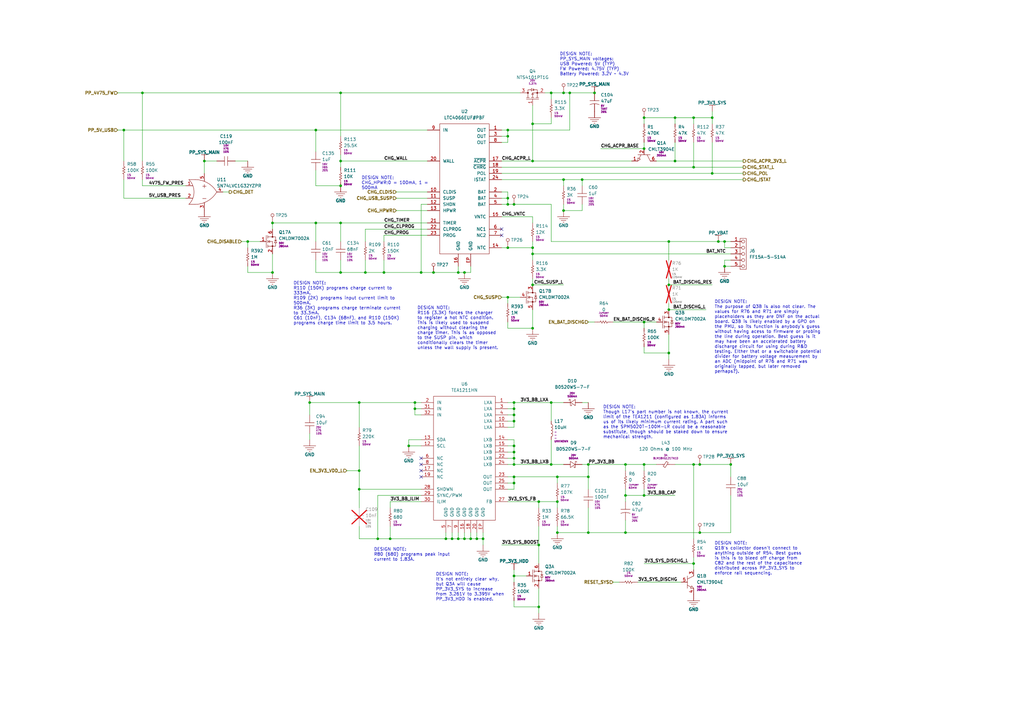
<source format=kicad_sch>
(kicad_sch (version 20231120) (generator "eeschema") (generator_version "8.0")
  (paper "A3")
  (title_block (title "iPod Video Main Board") (date "2025-04-19") (rev "A") (comment 1 "820-1975") (comment 2 "A"))
  (junction (at 256.54 190.5))
  (junction (at 226.06 38.1))
  (junction (at 210.82 195.58))
  (junction (at 210.82 182.88))
  (junction (at 139.7 91.44))
  (junction (at 292.1 71.12))
  (junction (at 218.44 66.04))
  (junction (at 294.64 99.06))
  (junction (at 241.3 190.5))
  (junction (at 177.8 111.76))
  (junction (at 160.02 220.98))
  (junction (at 195.58 220.98))
  (junction (at 154.94 220.98))
  (junction (at 264.16 60.96))
  (junction (at 274.32 127))
  (junction (at 243.84 38.1))
  (junction (at 284.48 190.5))
  (junction (at 111.76 111.76))
  (junction (at 264.16 132.08))
  (junction (at 231.14 38.1))
  (junction (at 58.42 38.1))
  (junction (at 210.82 185.42))
  (junction (at 284.48 48.26))
  (junction (at 210.82 172.72))
  (junction (at 218.44 50.8))
  (junction (at 241.3 218.44))
  (junction (at 167.64 182.88))
  (junction (at 287.02 218.44))
  (junction (at 127 165.1))
  (junction (at 210.82 167.64))
  (junction (at 210.82 236.22))
  (junction (at 226.06 190.5))
  (junction (at 218.44 104.14))
  (junction (at 139.7 76.2))
  (junction (at 228.6 218.44))
  (junction (at 220.98 223.52))
  (junction (at 139.7 111.76))
  (junction (at 193.04 220.98))
  (junction (at 228.6 205.74))
  (junction (at 228.6 195.58))
  (junction (at 210.82 198.12))
  (junction (at 226.06 165.1))
  (junction (at 274.32 116.84))
  (junction (at 264.16 48.26))
  (junction (at 157.48 111.76))
  (junction (at 210.82 170.18))
  (junction (at 297.18 109.22))
  (junction (at 147.32 200.66))
  (junction (at 190.5 111.76))
  (junction (at 210.82 165.1))
  (junction (at 241.3 195.58))
  (junction (at 284.48 231.14))
  (junction (at 208.28 53.34))
  (junction (at 149.86 111.76))
  (junction (at 218.44 116.84))
  (junction (at 50.8 53.34))
  (junction (at 210.82 190.5))
  (junction (at 111.76 91.44))
  (junction (at 284.48 68.58))
  (junction (at 208.28 121.92))
  (junction (at 264.16 190.5))
  (junction (at 274.32 144.78))
  (junction (at 297.18 99.06))
  (junction (at 198.12 220.98))
  (junction (at 276.86 66.04))
  (junction (at 287.02 190.5))
  (junction (at 170.18 167.64))
  (junction (at 231.14 73.66))
  (junction (at 182.88 220.98))
  (junction (at 218.44 134.62))
  (junction (at 83.82 66.04))
  (junction (at 139.7 38.1))
  (junction (at 256.54 203.2))
  (junction (at 129.54 91.44))
  (junction (at 172.72 111.76))
  (junction (at 129.54 53.34))
  (junction (at 299.72 190.5))
  (junction (at 256.54 218.44))
  (junction (at 210.82 83.82))
  (junction (at 187.96 111.76))
  (junction (at 220.98 248.92))
  (junction (at 238.76 73.66))
  (junction (at 210.82 187.96))
  (junction (at 264.16 203.2))
  (junction (at 208.28 81.28))
  (junction (at 276.86 48.26))
  (junction (at 208.28 101.6))
  (junction (at 147.32 193.04))
  (junction (at 190.5 220.98))
  (junction (at 274.32 99.06))
  (junction (at 170.18 165.1))
  (junction (at 208.28 55.88))
  (junction (at 208.28 83.82))
  (junction (at 233.68 38.1))
  (junction (at 218.44 101.6))
  (junction (at 231.14 86.36))
  (junction (at 101.6 99.06))
  (junction (at 185.42 220.98))
  (junction (at 187.96 220.98))
  (junction (at 292.1 48.26))
  (junction (at 139.7 66.04))
  (junction (at 220.98 205.74))
  (junction (at 147.32 165.1))
  (no_connect (at 172.72 195.58))
  (no_connect (at 172.72 190.5))
  (no_connect (at 205.74 93.98))
  (no_connect (at 172.72 187.96))
  (no_connect (at 205.74 96.52))
  (no_connect (at 172.72 193.04))
  (wire (pts (xy 264.16 231.14) (xy 284.48 231.14)))
  (wire (pts (xy 238.76 190.5) (xy 241.3 190.5)))
  (wire (pts (xy 205.74 71.12) (xy 292.1 71.12)))
  (wire (pts (xy 218.44 43.18) (xy 218.44 50.8)))
  (wire (pts (xy 208.28 134.62) (xy 218.44 134.62)))
  (wire (pts (xy 101.6 99.06) (xy 106.68 99.06)))
  (wire (pts (xy 162.56 81.28) (xy 175.26 81.28)))
  (wire (pts (xy 50.8 73.66) (xy 50.8 81.28)))
  (wire (pts (xy 256.54 190.5) (xy 256.54 193.04)))
  (wire (pts (xy 274.32 99.06) (xy 274.32 106.68)))
  (wire (pts (xy 193.04 220.98) (xy 190.5 220.98)))
  (wire (pts (xy 299.72 203.2) (xy 299.72 218.44)))
  (wire (pts (xy 297.18 101.6) (xy 297.18 99.06)))
  (wire (pts (xy 218.44 99.06) (xy 218.44 101.6)))
  (wire (pts (xy 129.54 69.85) (xy 129.54 76.2)))
  (wire (pts (xy 241.3 218.44) (xy 228.6 218.44)))
  (wire (pts (xy 205.74 121.92) (xy 208.28 121.92)))
  (wire (pts (xy 238.76 76.2) (xy 238.76 73.66)))
  (wire (pts (xy 210.82 165.1) (xy 210.82 167.64)))
  (wire (pts (xy 160.02 205.74) (xy 172.72 205.74)))
  (wire (pts (xy 276.86 66.04) (xy 304.8 66.04)))
  (wire (pts (xy 48.26 38.1) (xy 58.42 38.1)))
  (wire (pts (xy 208.28 205.74) (xy 220.98 205.74)))
  (wire (pts (xy 193.04 218.44) (xy 193.04 220.98)))
  (wire (pts (xy 205.74 88.9) (xy 218.44 88.9)))
  (wire (pts (xy 233.68 38.1) (xy 243.84 38.1)))
  (wire (pts (xy 149.86 99.06) (xy 149.86 93.98)))
  (wire (pts (xy 210.82 180.34) (xy 210.82 182.88)))
  (wire (pts (xy 139.7 91.44) (xy 129.54 91.44)))
  (wire (pts (xy 205.74 101.6) (xy 208.28 101.6)))
  (wire (pts (xy 190.5 220.98) (xy 187.96 220.98)))
  (wire (pts (xy 218.44 104.14) (xy 299.72 104.14)))
  (wire (pts (xy 208.28 195.58) (xy 210.82 195.58)))
  (wire (pts (xy 157.48 96.52) (xy 157.48 99.06)))
  (wire (pts (xy 297.18 99.06) (xy 294.64 99.06)))
  (wire (pts (xy 231.14 86.36) (xy 231.14 83.82)))
  (wire (pts (xy 187.96 109.22) (xy 187.96 111.76)))
  (wire (pts (xy 101.6 109.22) (xy 101.6 111.76)))
  (wire (pts (xy 162.56 78.74) (xy 175.26 78.74)))
  (wire (pts (xy 218.44 50.8) (xy 226.06 50.8)))
  (wire (pts (xy 160.02 208.28) (xy 160.02 205.74)))
  (wire (pts (xy 208.28 83.82) (xy 208.28 81.28)))
  (wire (pts (xy 208.28 187.96) (xy 210.82 187.96)))
  (wire (pts (xy 274.32 127) (xy 289.56 127)))
  (wire (pts (xy 297.18 106.68) (xy 297.18 109.22)))
  (wire (pts (xy 231.14 86.36) (xy 238.76 86.36)))
  (wire (pts (xy 185.42 220.98) (xy 187.96 220.98)))
  (wire (pts (xy 231.14 73.66) (xy 238.76 73.66)))
  (wire (pts (xy 172.72 111.76) (xy 177.8 111.76)))
  (wire (pts (xy 129.54 53.34) (xy 175.26 53.34)))
  (wire (pts (xy 208.28 121.92) (xy 213.36 121.92)))
  (wire (pts (xy 284.48 68.58) (xy 304.8 68.58)))
  (wire (pts (xy 210.82 83.82) (xy 208.28 83.82)))
  (wire (pts (xy 210.82 246.38) (xy 210.82 248.92)))
  (wire (pts (xy 129.54 91.44) (xy 129.54 99.06)))
  (wire (pts (xy 264.16 142.24) (xy 264.16 144.78)))
  (wire (pts (xy 276.86 48.26) (xy 284.48 48.26)))
  (wire (pts (xy 264.16 144.78) (xy 274.32 144.78)))
  (wire (pts (xy 284.48 231.14) (xy 284.48 233.68)))
  (wire (pts (xy 210.82 195.58) (xy 228.6 195.58)))
  (wire (pts (xy 226.06 38.1) (xy 226.06 40.64)))
  (wire (pts (xy 220.98 223.52) (xy 220.98 231.14)))
  (wire (pts (xy 231.14 76.2) (xy 231.14 73.66)))
  (wire (pts (xy 287.02 218.44) (xy 256.54 218.44)))
  (wire (pts (xy 195.58 220.98) (xy 198.12 220.98)))
  (wire (pts (xy 167.64 180.34) (xy 167.64 182.88)))
  (wire (pts (xy 264.16 190.5) (xy 269.24 190.5)))
  (wire (pts (xy 208.28 175.26) (xy 210.82 175.26)))
  (wire (pts (xy 284.48 58.42) (xy 284.48 68.58)))
  (wire (pts (xy 256.54 200.66) (xy 256.54 203.2)))
  (wire (pts (xy 208.28 58.42) (xy 208.28 55.88)))
  (wire (pts (xy 160.02 215.9) (xy 160.02 220.98)))
  (wire (pts (xy 210.82 190.5) (xy 226.06 190.5)))
  (wire (pts (xy 147.32 193.04) (xy 147.32 200.66)))
  (wire (pts (xy 208.28 182.88) (xy 210.82 182.88)))
  (wire (pts (xy 170.18 167.64) (xy 172.72 167.64)))
  (wire (pts (xy 172.72 83.82) (xy 172.72 111.76)))
  (wire (pts (xy 198.12 220.98) (xy 198.12 223.52)))
  (wire (pts (xy 50.8 53.34) (xy 129.54 53.34)))
  (wire (pts (xy 218.44 50.8) (xy 218.44 66.04)))
  (wire (pts (xy 190.5 111.76) (xy 193.04 111.76)))
  (wire (pts (xy 264.16 203.2) (xy 276.86 203.2)))
  (wire (pts (xy 193.04 109.22) (xy 193.04 111.76)))
  (wire (pts (xy 205.74 66.04) (xy 218.44 66.04)))
  (wire (pts (xy 205.74 58.42) (xy 208.28 58.42)))
  (wire (pts (xy 256.54 203.2) (xy 264.16 203.2)))
  (wire (pts (xy 147.32 200.66) (xy 147.32 208.28)))
  (wire (pts (xy 210.82 233.68) (xy 210.82 236.22)))
  (wire (pts (xy 157.48 111.76) (xy 172.72 111.76)))
  (wire (pts (xy 182.88 218.44) (xy 182.88 220.98)))
  (wire (pts (xy 167.64 182.88) (xy 172.72 182.88)))
  (wire (pts (xy 251.46 132.08) (xy 264.16 132.08)))
  (wire (pts (xy 147.32 220.98) (xy 154.94 220.98)))
  (wire (pts (xy 226.06 99.06) (xy 226.06 83.82)))
  (wire (pts (xy 147.32 200.66) (xy 172.72 200.66)))
  (wire (pts (xy 99.06 99.06) (xy 101.6 99.06)))
  (wire (pts (xy 269.24 132.08) (xy 264.16 132.08)))
  (wire (pts (xy 231.14 73.66) (xy 205.74 73.66)))
  (wire (pts (xy 208.28 165.1) (xy 210.82 165.1)))
  (wire (pts (xy 129.54 53.34) (xy 129.54 62.23)))
  (wire (pts (xy 208.28 170.18) (xy 210.82 170.18)))
  (wire (pts (xy 157.48 106.68) (xy 157.48 111.76)))
  (wire (pts (xy 228.6 218.44) (xy 228.6 215.9)))
  (wire (pts (xy 264.16 58.42) (xy 264.16 60.96)))
  (wire (pts (xy 172.72 203.2) (xy 154.94 203.2)))
  (wire (pts (xy 147.32 182.88) (xy 147.32 193.04)))
  (wire (pts (xy 284.48 48.26) (xy 292.1 48.26)))
  (wire (pts (xy 226.06 38.1) (xy 231.14 38.1)))
  (wire (pts (xy 210.82 170.18) (xy 210.82 167.64)))
  (wire (pts (xy 147.32 215.9) (xy 147.32 220.98)))
  (wire (pts (xy 58.42 76.2) (xy 76.2 76.2)))
  (wire (pts (xy 210.82 200.66) (xy 210.82 198.12)))
  (wire (pts (xy 50.8 53.34) (xy 50.8 66.04)))
  (wire (pts (xy 299.72 106.68) (xy 297.18 106.68)))
  (wire (pts (xy 276.86 50.8) (xy 276.86 48.26)))
  (wire (pts (xy 276.86 190.5) (xy 284.48 190.5)))
  (wire (pts (xy 284.48 190.5) (xy 287.02 190.5)))
  (wire (pts (xy 297.18 109.22) (xy 299.72 109.22)))
  (wire (pts (xy 210.82 185.42) (xy 210.82 182.88)))
  (wire (pts (xy 139.7 63.5) (xy 139.7 66.04)))
  (wire (pts (xy 246.38 60.96) (xy 264.16 60.96)))
  (wire (pts (xy 208.28 185.42) (xy 210.82 185.42)))
  (wire (pts (xy 274.32 116.84) (xy 292.1 116.84)))
  (wire (pts (xy 111.76 91.44) (xy 129.54 91.44)))
  (wire (pts (xy 284.48 50.8) (xy 284.48 48.26)))
  (wire (pts (xy 58.42 38.1) (xy 58.42 66.04)))
  (wire (pts (xy 226.06 165.1) (xy 226.06 172.72)))
  (wire (pts (xy 149.86 111.76) (xy 139.7 111.76)))
  (wire (pts (xy 182.88 220.98) (xy 185.42 220.98)))
  (wire (pts (xy 187.96 111.76) (xy 190.5 111.76)))
  (wire (pts (xy 205.74 81.28) (xy 208.28 81.28)))
  (wire (pts (xy 226.06 83.82) (xy 210.82 83.82)))
  (wire (pts (xy 269.24 66.04) (xy 276.86 66.04)))
  (wire (pts (xy 129.54 76.2) (xy 139.7 76.2)))
  (wire (pts (xy 101.6 66.04) (xy 96.52 66.04)))
  (wire (pts (xy 299.72 218.44) (xy 287.02 218.44)))
  (wire (pts (xy 218.44 66.04) (xy 259.08 66.04)))
  (wire (pts (xy 172.72 83.82) (xy 175.26 83.82)))
  (wire (pts (xy 127 165.1) (xy 127 170.18)))
  (wire (pts (xy 93.98 78.74) (xy 91.44 78.74)))
  (wire (pts (xy 218.44 114.3) (xy 218.44 116.84)))
  (wire (pts (xy 292.1 45.72) (xy 292.1 48.26)))
  (wire (pts (xy 147.32 165.1) (xy 170.18 165.1)))
  (wire (pts (xy 233.68 38.1) (xy 231.14 38.1)))
  (wire (pts (xy 149.86 93.98) (xy 175.26 93.98)))
  (wire (pts (xy 127 177.8) (xy 127 180.34)))
  (wire (pts (xy 154.94 220.98) (xy 160.02 220.98)))
  (wire (pts (xy 264.16 132.08) (xy 264.16 134.62)))
  (wire (pts (xy 210.82 236.22) (xy 215.9 236.22)))
  (wire (pts (xy 292.1 71.12) (xy 304.8 71.12)))
  (wire (pts (xy 208.28 53.34) (xy 208.28 55.88)))
  (wire (pts (xy 208.28 53.34) (xy 233.68 53.34)))
  (wire (pts (xy 226.06 190.5) (xy 231.14 190.5)))
  (wire (pts (xy 190.5 218.44) (xy 190.5 220.98)))
  (wire (pts (xy 292.1 48.26) (xy 292.1 50.8)))
  (wire (pts (xy 264.16 200.66) (xy 264.16 203.2)))
  (wire (pts (xy 228.6 198.12) (xy 228.6 195.58)))
  (wire (pts (xy 210.82 248.92) (xy 220.98 248.92)))
  (wire (pts (xy 294.64 99.06) (xy 274.32 99.06)))
  (wire (pts (xy 251.46 238.76) (xy 254 238.76)))
  (wire (pts (xy 101.6 111.76) (xy 111.76 111.76)))
  (wire (pts (xy 139.7 99.06) (xy 139.7 91.44)))
  (wire (pts (xy 83.82 66.04) (xy 83.82 71.12)))
  (wire (pts (xy 276.86 58.42) (xy 276.86 66.04)))
  (wire (pts (xy 210.82 236.22) (xy 210.82 238.76)))
  (wire (pts (xy 284.48 190.5) (xy 284.48 220.98)))
  (wire (pts (xy 241.3 132.08) (xy 243.84 132.08)))
  (wire (pts (xy 208.28 180.34) (xy 210.82 180.34)))
  (wire (pts (xy 208.28 190.5) (xy 210.82 190.5)))
  (wire (pts (xy 170.18 170.18) (xy 170.18 167.64)))
  (wire (pts (xy 264.16 48.26) (xy 276.86 48.26)))
  (wire (pts (xy 220.98 205.74) (xy 228.6 205.74)))
  (wire (pts (xy 208.28 132.08) (xy 208.28 134.62)))
  (wire (pts (xy 292.1 58.42) (xy 292.1 71.12)))
  (wire (pts (xy 170.18 165.1) (xy 170.18 167.64)))
  (wire (pts (xy 154.94 203.2) (xy 154.94 220.98)))
  (wire (pts (xy 226.06 165.1) (xy 231.14 165.1)))
  (wire (pts (xy 195.58 218.44) (xy 195.58 220.98)))
  (wire (pts (xy 233.68 38.1) (xy 233.68 53.34)))
  (wire (pts (xy 220.98 215.9) (xy 220.98 223.52)))
  (wire (pts (xy 220.98 248.92) (xy 220.98 241.3)))
  (wire (pts (xy 220.98 251.46) (xy 220.98 248.92)))
  (wire (pts (xy 142.24 193.04) (xy 147.32 193.04)))
  (wire (pts (xy 299.72 190.5) (xy 299.72 195.58)))
  (wire (pts (xy 274.32 114.3) (xy 274.32 116.84)))
  (wire (pts (xy 172.72 170.18) (xy 170.18 170.18)))
  (wire (pts (xy 139.7 106.68) (xy 139.7 111.76)))
  (wire (pts (xy 162.56 86.36) (xy 175.26 86.36)))
  (wire (pts (xy 205.74 78.74) (xy 208.28 78.74)))
  (wire (pts (xy 218.44 106.68) (xy 218.44 104.14)))
  (wire (pts (xy 226.06 180.34) (xy 226.06 190.5)))
  (wire (pts (xy 264.16 50.8) (xy 264.16 48.26)))
  (wire (pts (xy 208.28 101.6) (xy 218.44 101.6)))
  (wire (pts (xy 256.54 218.44) (xy 241.3 218.44)))
  (wire (pts (xy 218.44 101.6) (xy 218.44 104.14)))
  (wire (pts (xy 210.82 187.96) (xy 210.82 185.42)))
  (wire (pts (xy 157.48 96.52) (xy 175.26 96.52)))
  (wire (pts (xy 139.7 66.04) (xy 175.26 66.04)))
  (wire (pts (xy 274.32 147.32) (xy 274.32 144.78)))
  (wire (pts (xy 50.8 81.28) (xy 76.2 81.28)))
  (wire (pts (xy 210.82 190.5) (xy 210.82 187.96)))
  (wire (pts (xy 129.54 111.76) (xy 139.7 111.76)))
  (wire (pts (xy 287.02 190.5) (xy 299.72 190.5)))
  (wire (pts (xy 228.6 195.58) (xy 241.3 195.58)))
  (wire (pts (xy 208.28 167.64) (xy 210.82 167.64)))
  (wire (pts (xy 228.6 205.74) (xy 228.6 208.28)))
  (wire (pts (xy 149.86 106.68) (xy 149.86 111.76)))
  (wire (pts (xy 205.74 223.52) (xy 220.98 223.52)))
  (wire (pts (xy 297.18 99.06) (xy 299.72 99.06)))
  (wire (pts (xy 111.76 93.98) (xy 111.76 91.44)))
  (wire (pts (xy 160.02 220.98) (xy 182.88 220.98)))
  (wire (pts (xy 205.74 53.34) (xy 208.28 53.34)))
  (wire (pts (xy 264.16 190.5) (xy 264.16 193.04)))
  (wire (pts (xy 210.82 195.58) (xy 210.82 198.12)))
  (wire (pts (xy 208.28 198.12) (xy 210.82 198.12)))
  (wire (pts (xy 198.12 218.44) (xy 198.12 220.98)))
  (wire (pts (xy 88.9 66.04) (xy 83.82 66.04)))
  (wire (pts (xy 48.26 53.34) (xy 50.8 53.34)))
  (wire (pts (xy 58.42 38.1) (xy 139.7 38.1)))
  (wire (pts (xy 185.42 218.44) (xy 185.42 220.98)))
  (wire (pts (xy 177.8 111.76) (xy 187.96 111.76)))
  (wire (pts (xy 223.52 38.1) (xy 226.06 38.1)))
  (wire (pts (xy 241.3 208.28) (xy 241.3 218.44)))
  (wire (pts (xy 210.82 172.72) (xy 210.82 170.18)))
  (wire (pts (xy 193.04 220.98) (xy 195.58 220.98)))
  (wire (pts (xy 241.3 195.58) (xy 241.3 200.66)))
  (wire (pts (xy 226.06 50.8) (xy 226.06 48.26)))
  (wire (pts (xy 274.32 124.46) (xy 274.32 127)))
  (wire (pts (xy 208.28 121.92) (xy 208.28 124.46)))
  (wire (pts (xy 299.72 101.6) (xy 297.18 101.6)))
  (wire (pts (xy 274.32 144.78) (xy 274.32 137.16)))
  (wire (pts (xy 210.82 165.1) (xy 226.06 165.1)))
  (wire (pts (xy 238.76 83.82) (xy 238.76 86.36)))
  (wire (pts (xy 238.76 73.66) (xy 304.8 73.66)))
  (wire (pts (xy 172.72 180.34) (xy 167.64 180.34)))
  (wire (pts (xy 261.62 238.76) (xy 279.4 238.76)))
  (wire (pts (xy 208.28 172.72) (xy 210.82 172.72)))
  (wire (pts (xy 139.7 91.44) (xy 175.26 91.44)))
  (wire (pts (xy 157.48 111.76) (xy 149.86 111.76)))
  (wire (pts (xy 284.48 228.6) (xy 284.48 231.14)))
  (wire (pts (xy 101.6 101.6) (xy 101.6 99.06)))
  (wire (pts (xy 208.28 200.66) (xy 210.82 200.66)))
  (wire (pts (xy 218.44 116.84) (xy 231.14 116.84)))
  (wire (pts (xy 241.3 190.5) (xy 256.54 190.5)))
  (wire (pts (xy 139.7 66.04) (xy 139.7 68.58)))
  (wire (pts (xy 238.76 165.1) (xy 241.3 165.1)))
  (wire (pts (xy 139.7 38.1) (xy 139.7 55.88)))
  (wire (pts (xy 129.54 106.68) (xy 129.54 111.76)))
  (wire (pts (xy 218.44 134.62) (xy 218.44 127)))
  (wire (pts (xy 187.96 218.44) (xy 187.96 220.98)))
  (wire (pts (xy 256.54 213.36) (xy 256.54 218.44)))
  (wire (pts (xy 241.3 190.5) (xy 241.3 195.58)))
  (wire (pts (xy 147.32 165.1) (xy 147.32 175.26)))
  (wire (pts (xy 205.74 55.88) (xy 208.28 55.88)))
  (wire (pts (xy 205.74 68.58) (xy 284.48 68.58)))
  (wire (pts (xy 218.44 91.44) (xy 218.44 88.9)))
  (wire (pts (xy 139.7 38.1) (xy 213.36 38.1)))
  (wire (pts (xy 172.72 165.1) (xy 170.18 165.1)))
  (wire (pts (xy 58.42 73.66) (xy 58.42 76.2)))
  (wire (pts (xy 220.98 205.74) (xy 220.98 208.28)))
  (wire (pts (xy 127 165.1) (xy 147.32 165.1)))
  (wire (pts (xy 256.54 203.2) (xy 256.54 205.74)))
  (wire (pts (xy 111.76 111.76) (xy 111.76 104.14)))
  (wire (pts (xy 208.28 81.28) (xy 208.28 78.74)))
  (wire (pts (xy 256.54 190.5) (xy 264.16 190.5)))
  (wire (pts (xy 210.82 175.26) (xy 210.82 172.72)))
  (wire (pts (xy 226.06 99.06) (xy 274.32 99.06)))
  (wire (pts (xy 205.74 83.82) (xy 208.28 83.82)))
  (text_box "DESIGN NOTE:\nR110 (${6f7116db-934f-4571-9cb8-411f8b07028b:VALUE}) programs charge current to 333mA.\nR109 (${35cf32a8-cd35-4bd3-a215-247185fbe9b5:VALUE}) programs input current limit to 500mA.\nR36 (${f6098eaa-e9bf-45ef-af6e-ba967c35c4b5:VALUE}) programs charge terminate current to 33.3mA.\nC61 (${5052ba8b-7369-4002-b161-0f8d42bfda61:VALUE}), C134 (${70dd0a0b-209f-4fea-8049-8f3d6ce04852:VALUE}), and R110 (${6f7116db-934f-4571-9cb8-411f8b07028b:VALUE}) programs charge time limit to 3.5 hours." (at 119.38 114.3 0) (size 48.26 15.24) (stroke (width -0.0001)) (effects (font (size 1.27 1.27)) (justify left top)))
  (text_box "DESIGN NOTE:\nThe purpose of Q3B is also not clear. The values for R76 and R71 are simply placeholders as they are DNF on the actual board. Q3B is likely enabled by a GPO on the PMU, so its function is anybody's guess without having acess to firmware or probing the line during operation. Best guess is it may have been an accelerated battery discharge circuit for using during R&D testing. EIther that or a switchable potential divider for battery voltage measurement by an ADC (midpoint of R76 and R71 was originally tapped, but later removed perhaps?)." (at 292.1 121.92 0) (size 45.72 27.94) (stroke (width -0.0001)) (effects (font (size 1.27 1.27)) (justify left top)))
  (text_box "DESIGN NOTE:\nR116 (${3a281ace-e17d-441f-a95c-985144424278:VALUE}) forces the charger to register a hot NTC condition. This is likely used to suspend charging without clearing the charge timer. This is as opposed to the SUSP pin, which conditionally clears the timer unless the wall supply is present." (at 170.18 124.46 0) (size 35.56 15.24) (stroke (width -0.0001)) (effects (font (size 1.27 1.27)) (justify left top)))
  (text_box "DESIGN NOTE:\nCHG_HPWR:0 = 100mA, 1 = 500mA" (at 147.32 71.12 0) (size 33.02 5.08) (stroke (width -0.0001)) (effects (font (size 1.27 1.27)) (justify left top)))
  (text_box "DESIGN NOTE:\nQ1B's collector doesn't connect to anything outside of R54. Best guess is this is to bleed off charge from C82 and the rest of the capacitance distributed across PP_3V3_SYS to enforce rail sequencing." (at 292.1 220.98 0) (size 38.1 15.24) (stroke (width -0.0001)) (effects (font (size 1.27 1.27)) (justify left top)))
  (text_box "DESIGN NOTE:\nPP_SYS_MAIN voltages:\nUSB Powered: 5V (TYP)\nFW Powered: 4.75V (TYP)\nBattery Powered: 3.2V ~ 4.3V" (at 228.6 20.32 0) (size 30.48 12.7) (stroke (width -0.0001)) (effects (font (size 1.27 1.27)) (justify left top)))
  (text_box "DESIGN NOTE:\nThough L17's part number is not known, the current limit of the TEA1211 (configured as 1.83A) informs us of its likely minimum current rating. A part such as the SPM5020T-100M-LR could be a reasonable substitute, though should be staked down to ensure mechanical strength. " (at 246.38 165.1 0) (size 53.34 15.24) (stroke (width -0.0001)) (effects (font (size 1.27 1.27)) (justify left top)))
  (text_box "DESIGN NOTE:\nR80 (${a718fab9-4d0c-4e38-bcdc-22e483c61845:VALUE}) programs peak input current to 1.83A." (at 152.4 223.52 0) (size 40.64 5.08) (stroke (width -0.0001)) (effects (font (size 1.27 1.27)) (justify left top)))
  (text_box "DESIGN NOTE:\nIt's not entirely clear why, but Q3A will cause PP_3V3_SYS to increase from 3.261V to 3.395V when PP_3V3_HDD is enabled." (at 177.8 233.68 0) (size 30.48 12.7) (stroke (width -0.0001)) (effects (font (size 1.27 1.27)) (justify left top)))
  (label "BAT_DISCHG_L" (at 289.56 127 180) (effects (font (thickness 0.254) (bold yes))))
  (label "CHG_PROG" (at 157.48 96.52 0) (effects (font (thickness 0.254) (bold yes))))
  (label "3V3_SYS_FB" (at 208.28 205.74 0) (effects (font (thickness 0.254) (bold yes))))
  (label "PP_3V3_BB" (at 241.3 190.5 0) (effects (font (thickness 0.254) (bold yes))))
  (label "CHG_WALL" (at 157.48 66.04 0) (effects (font (thickness 0.254) (bold yes))))
  (label "3V3_SYS_BOOST" (at 205.74 223.52 0) (effects (font (thickness 0.254) (bold yes))))
  (label "BAT_DISCHG_RES" (at 292.1 116.84 180) (effects (font (thickness 0.254) (bold yes))))
  (label "CHG_CLPROG" (at 157.48 93.98 0) (effects (font (thickness 0.254) (bold yes))))
  (label "3V3_SYS_DISCHG_L" (at 264.16 231.14 0) (effects (font (thickness 0.254) (bold yes))))
  (label "CHG_VNTC" (at 205.74 88.9 0) (effects (font (thickness 0.254) (bold yes))))
  (label "3V3_BB_ILIM" (at 160.02 205.74 0) (effects (font (thickness 0.254) (bold yes))))
  (label "4V75_FW_PRES" (at 60.96 76.2 0) (effects (font (thickness 0.254) (bold yes))))
  (label "3V3_SYS_DISCHG" (at 261.62 238.76 0) (effects (font (thickness 0.254) (bold yes))))
  (label "CHG_ACPR_BASE" (at 246.38 60.96 0) (effects (font (thickness 0.254) (bold yes))))
  (label "5V_USB_PRES" (at 60.96 81.28 0) (effects (font (thickness 0.254) (bold yes))))
  (label "3V3_BB_CAP" (at 265.43 203.2 0) (effects (font (thickness 0.254) (bold yes))))
  (label "CHG_TIMER" (at 157.48 91.44 0) (effects (font (thickness 0.254) (bold yes))))
  (label "BAT_NTC" (at 289.56 104.14 0) (effects (font (thickness 0.254) (bold yes))))
  (label "3V3_BB_LXA" (at 213.36 165.1 0) (effects (font (thickness 0.254) (bold yes))))
  (label "3V3_BB_LXB" (at 213.36 190.5 0) (effects (font (thickness 0.254) (bold yes))))
  (label "CHG_ACPR_L" (at 205.74 66.04 0) (effects (font (thickness 0.254) (bold yes))))
  (label "CHG_SUSP_L" (at 231.14 116.84 180) (effects (font (thickness 0.254) (bold yes))))
  (label "EN_BAT_DISCHG_R" (at 251.46 132.08 0) (effects (font (thickness 0.254) (bold yes))))
  (hierarchical_label "CHG_ISTAT" (shape output) (at 304.8 73.66 0) (effects (font (thickness 0.254) (bold yes))))
  (hierarchical_label "CHG_STAT_L" (shape output) (at 304.8 68.58 0) (effects (font (thickness 0.254) (bold yes))))
  (hierarchical_label "EN_3V3_VDD_L" (shape input) (at 142.24 193.04 180) (effects (font (thickness 0.254) (bold yes))))
  (hierarchical_label "CHG_HPWR" (shape input) (at 162.56 86.36 180) (effects (font (thickness 0.254) (bold yes))))
  (hierarchical_label "RESET_SYS" (shape input) (at 251.46 238.76 180) (effects (font (bold yes))))
  (hierarchical_label "CHG_ACPR_3V3_L" (shape output) (at 304.8 66.04 0) (effects (font (thickness 0.254) (bold yes))))
  (hierarchical_label "CHG_SUSP" (shape input) (at 205.74 121.92 180) (effects (font (thickness 0.254) (bold yes))))
  (hierarchical_label "CHG_POL" (shape output) (at 304.8 71.12 0) (effects (font (thickness 0.254) (bold yes))))
  (hierarchical_label "CHG_CLDIS" (shape input) (at 162.56 78.74 180) (effects (font (thickness 0.254) (bold yes))))
  (hierarchical_label "EN_BAT_DISCHG" (shape input) (at 241.3 132.08 180) (effects (font (thickness 0.254) (bold yes))))
  (hierarchical_label "CHG_USB_SUSP" (shape input) (at 162.56 81.28 180) (effects (font (thickness 0.254) (bold yes))))
  (hierarchical_label "CHG_DET" (shape output) (at 93.98 78.74 0) (effects (font (bold yes))))
  (hierarchical_label "CHG_DISABLE" (shape input) (at 99.06 99.06 180) (effects (font (bold yes))))
  (hierarchical_label "PP_4V75_FW" (shape input) (at 48.26 38.1 180) (effects (font (bold yes))))
  (hierarchical_label "PP_5V_USB" (shape input) (at 48.26 53.34 180) (effects (font (bold yes))))
  (symbol (lib_id "820-1975_Symbols:GND") (at 127 180.34 0) (unit 1) (in_bom no) (on_board no)
    (property "Reference" "#PWR08" (effects (hide yes)))
    (property "Value" "GND" (at 127 186.436 0) (effects (font (bold yes))))
    (property "Description" "Ground Symbol" (effects (hide yes)))
  )
  (symbol (lib_id "820-1975:Resistors-0201/RES-0201-000029") (at 228.6 208.28 0) (unit 1)
    (property "Reference" "R78" (at 229.87 209.55 0) (effects (justify left)))
    (property "Value" "66.5K" (at 229.87 212.09 0) (effects (justify left)))
    (property "Footprint" "820-1975_Footprints:RES-0201" (effects (hide yes)))
    (property "Tolerance" "1%" (at 229.87 213.9949 0) (effects (font (size 0.762 0.762)) (justify left)))
    (property "Power" "50mW" (at 229.87 215.2649 0) (effects (font (size 0.762 0.762)) (justify left)))
    (property "Manufacturer" "Vishay Dale" (effects (hide yes)))
    (property "Manufacturer Part Number" "CRCW020166K5FNED" (effects (hide yes)))
  )
  (symbol (lib_id "820-1975:Resistors-0201/RES-0201-000000") (at 243.84 132.08 90) (unit 1)
    (property "Reference" "R64" (at 247.65 124.46 90))
    (property "Value" "0" (at 247.65 127 90))
    (property "Footprint" "820-1975_Footprints:RES-0201" (effects (hide yes)))
    (property "Tolerance" "Jumper" (at 247.65 128.27 90) (effects (font (size 0.762 0.762))))
    (property "Power" "50mW" (at 247.65 129.54 90) (effects (font (size 0.762 0.762))))
    (property "Manufacturer" "Vishay Dale" (effects (hide yes)))
    (property "Manufacturer Part Number" "CRCW02010000Z0ED" (effects (hide yes)))
  )
  (symbol (lib_id "820-1975:Resistors-0201/RES-0201-000030") (at 264.16 134.62 0) (unit 1)
    (property "Reference" "R65" (at 265.43 135.89 0) (effects (justify left)))
    (property "Value" "100K" (at 265.43 138.43 0) (effects (justify left)))
    (property "Footprint" "820-1975_Footprints:RES-0201" (effects (hide yes)))
    (property "Tolerance" "1%" (at 265.43 140.335 0) (effects (font (size 0.762 0.762)) (justify left)))
    (property "Power" "50mW" (at 265.43 141.605 0) (effects (font (size 0.762 0.762)) (justify left)))
    (property "Manufacturer" "Vishay Dale" (effects (hide yes)))
    (property "Manufacturer Part Number" "CRCW0201100KFNED" (effects (hide yes)))
  )
  (symbol (lib_id "820-1975:Resistors-0201/RES-0201-000033") (at 147.32 175.26 0) (unit 1)
    (property "Reference" "R79" (at 148.59 176.53 0) (effects (justify left)))
    (property "Value" "220K" (at 148.59 179.07 0) (effects (justify left)))
    (property "Footprint" "820-1975_Footprints:RES-0201" (effects (hide yes)))
    (property "Tolerance" "1%" (at 148.59 180.975 0) (effects (font (size 0.762 0.762)) (justify left)))
    (property "Power" "50mW" (at 148.59 182.245 0) (effects (font (size 0.762 0.762)) (justify left)))
    (property "Manufacturer" "Vishay Dale" (effects (hide yes)))
    (property "Manufacturer Part Number" "CRCW0201220KFNED" (effects (hide yes)))
  )
  (symbol (lib_id "820-1975_Symbols:GND") (at 190.5 111.76 0) (unit 1) (in_bom no) (on_board no)
    (property "Reference" "#PWR01" (effects (hide yes)))
    (property "Value" "GND" (at 190.5 117.856 0) (effects (font (bold yes))))
    (property "Description" "Ground Symbol" (effects (hide yes)))
  )
  (symbol (lib_id "820-1975:Resistors-0201/RES-0201-000027") (at 284.48 50.8 0) (unit 1)
    (property "Reference" "R112" (at 285.75 52.07 0) (effects (justify left)))
    (property "Value" "47K" (at 285.75 54.61 0) (effects (justify left)))
    (property "Footprint" "820-1975_Footprints:RES-0201" (effects (hide yes)))
    (property "Tolerance" "1%" (at 285.75 56.5149 0) (effects (font (size 0.762 0.762)) (justify left)))
    (property "Power" "50mW" (at 285.75 57.7849 0) (effects (font (size 0.762 0.762)) (justify left)))
    (property "Manufacturer" "Vishay Dale" (effects (hide yes)))
    (property "Manufacturer Part Number" "CRCW020147K0FNED" (effects (hide yes)))
  )
  (symbol (lib_id "820-1975:Capacitors-0201/CAP-0201-000005") (at 147.32 208.28 0) (unit 1) (dnp yes)
    (property "Reference" "C109" (at 149.86 208.915 0) (effects (justify left)))
    (property "Value" "10nF" (at 149.86 211.455 0) (effects (justify left)))
    (property "Footprint" "820-1975_Footprints:MLCC-0201" (effects (hide yes)))
    (property "Voltage" "10V" (at 149.86 213.36 0) (effects (font (size 0.762 0.762)) (justify left)))
    (property "Dielectric" "X7R" (at 149.86 214.63 0) (effects (font (size 0.762 0.762)) (justify left)))
    (property "Tolerance" "10%" (at 149.86 215.9 0) (effects (font (size 0.762 0.762)) (justify left)))
    (property "Manufacturer" "Murata" (effects (hide yes)))
    (property "Manufacturer Part Number" "GRM033R71A103KA01D" (effects (hide yes)))
  )
  (symbol (lib_id "820-1975:Capacitors-Other/CAP-OTHER-000003") (at 256.54 205.74 0) (unit 1)
    (property "Reference" "C82" (at 259.08 206.5655 0) (effects (justify left)))
    (property "Value" "47uF" (at 259.08 209.1055 0) (effects (justify left)))
    (property "Footprint" "820-1975_Footprints:KEMET-T490T" (effects (hide yes)))
    (property "Voltage" "6V" (at 259.08 211.0105 0) (effects (font (size 0.762 0.762)) (justify left)))
    (property "Type" "TANT" (at 259.08 212.2805 0) (effects (font (size 0.762 0.762)) (justify left)))
    (property "Tolerance" "20%" (at 259.08 213.5505 0) (effects (font (size 0.762 0.762)) (justify left)))
    (property "Manufacturer" "KEMET" (effects (hide yes)))
    (property "Manufacturer Part Number" "T490T476M006ATE800" (effects (hide yes)))
  )
  (symbol (lib_id "820-1975:Resistors-0402/RES-0402-000000") (at 264.16 193.04 0) (unit 1)
    (property "Reference" "R20" (at 265.43 194.31 0) (effects (justify left)))
    (property "Value" "0" (at 265.43 196.85 0) (effects (justify left)))
    (property "Footprint" "820-1975_Footprints:RES-0402" (effects (hide yes)))
    (property "Tolerance" "Jumper" (at 265.43 198.755 0) (effects (font (size 0.762 0.762)) (justify left)))
    (property "Power" "63mW" (at 265.43 200.025 0) (effects (font (size 0.762 0.762)) (justify left)))
    (property "Manufacturer" "Vishay Dale" (effects (hide yes)))
    (property "Manufacturer Part Number" "CRCW04020000Z0ED" (effects (hide yes)))
  )
  (symbol (lib_id "820-1975:Transistors/Q-000000") (at 220.98 231.14 0) (unit 1)
    (property "Reference" "Q3" (at 223.52 232.41 0) (effects (justify left)))
    (property "Value" "CMLDM7002A" (at 223.52 234.95 0) (effects (justify left)))
    (property "Footprint" "820-1975_Footprints:SOT563" (effects (hide yes)))
    (property "Datasheet" "https://my.centralsemi.com/datasheets/CMLDM7002A.PDF" (effects (hide yes)))
    (property "Voltage" "60V" (at 223.52 236.8549 0) (effects (font (size 0.762 0.762)) (justify left)))
    (property "Current" "280mA" (at 223.52 238.1249 0) (effects (font (size 0.762 0.762)) (justify left)))
    (property "Manufacturer" "Central Semiconductor Corp" (effects (hide yes)))
    (property "Manufacturer Part Number" "CMLDM7002A" (effects (hide yes)))
    (property "Type" "NCH-DUAL" (effects (hide yes)))
  )
  (symbol (lib_id "820-1975_Symbols:GND") (at 220.98 251.46 0) (unit 1) (in_bom no) (on_board no)
    (property "Reference" "#PWR027" (effects (hide yes)))
    (property "Value" "GND" (at 220.98 257.556 0) (effects (font (bold yes))))
    (property "Description" "Ground Symbol" (effects (hide yes)))
  )
  (symbol (lib_id "820-1975:PCB Components/TP-000000") (at 210.82 83.82 0) (unit 1)
    (property "Reference" "TP24" (at 212.09 80.645 0) (effects (justify left)))
    (property "Value" "TP" (effects (hide yes)))
    (property "Footprint" "820-1975_Footprints:TP-SMT" (effects (hide yes)))
    (property "Description" "TESTPOINT SMT" (effects (hide yes)))
  )
  (symbol (lib_id "820-1975_Symbols:VCC") (at 243.84 38.1 0) (unit 1) (in_bom no) (on_board no)
    (property "Reference" "#PWR0150" (effects (hide yes)))
    (property "Value" "PP_SYS_MAIN" (at 243.84 34.544 0) (effects (font (bold yes))))
    (property "Description" "Power Port Symbol" (effects (hide yes)))
  )
  (symbol (lib_id "820-1975:Transistors/Q-000005") (at 284.48 233.68 0) (unit 2)
    (property "Reference" "Q1" (at 285.75 236.22 0) (effects (justify left)))
    (property "Value" "CMLT3904E" (at 285.75 238.76 0) (effects (justify left)))
    (property "Footprint" "820-1975_Footprints:SOT563" (effects (hide yes)))
    (property "Datasheet" "https://my.centralsemi.com/datasheets/CMLT3904E_06E_46E.PDF" (effects (hide yes)))
    (property "Voltage" "40V" (at 285.75 240.665 0) (effects (font (size 0.762 0.762)) (justify left)))
    (property "Current" "200mA" (at 285.75 241.935 0) (effects (font (size 0.762 0.762)) (justify left)))
    (property "Manufacturer" "Central Semiconductor Corp" (effects (hide yes)))
    (property "Manufacturer Part Number" "CMLT3904E" (effects (hide yes)))
    (property "Type" "NPN-DUAL" (effects (hide yes)))
  )
  (symbol (lib_id "820-1975:Transistors/Q-000002") (at 223.52 38.1 270) (mirror x) (unit 1)
    (property "Reference" "Q4" (at 218.44 29.21 90))
    (property "Value" "NTS4101PT1G" (at 218.44 31.75 90))
    (property "Footprint" "820-1975_Footprints:SOT-323" (effects (hide yes)))
    (property "Datasheet" "https://www.onsemi.com/pdf/datasheet/nts4101p-d.pdf" (effects (hide yes)))
    (property "Voltage" "20V" (at 218.44 33.02 90) (effects (font (size 0.762 0.762))))
    (property "Current" "1.37A" (at 218.44 34.29 90) (effects (font (size 0.762 0.762))))
    (property "Manufacturer" "ON Semiconductor" (effects (hide yes)))
    (property "Manufacturer Part Number" "NTS4101PT1G" (effects (hide yes)))
    (property "Type" "PCH" (effects (hide yes)))
  )
  (symbol (lib_id "820-1975_Symbols:GND") (at 228.6 218.44 0) (unit 1) (in_bom no) (on_board no)
    (property "Reference" "#PWR030" (effects (hide yes)))
    (property "Value" "GND" (at 228.6 224.536 0) (effects (font (bold yes))))
    (property "Description" "Ground Symbol" (effects (hide yes)))
  )
  (symbol (lib_id "820-1975:Resistors-0201/RES-0201-000013") (at 149.86 99.06 0) (unit 1)
    (property "Reference" "R109" (at 151.13 100.33 0) (effects (justify left)))
    (property "Value" "2K" (at 151.13 102.87 0) (effects (justify left)))
    (property "Footprint" "820-1975_Footprints:RES-0201" (effects (hide yes)))
    (property "Tolerance" "1%" (at 151.13 104.7749 0) (effects (font (size 0.762 0.762)) (justify left)))
    (property "Power" "50mW" (at 151.13 106.0449 0) (effects (font (size 0.762 0.762)) (justify left)))
    (property "Manufacturer" "Vishay Dale" (effects (hide yes)))
    (property "Manufacturer Part Number" "CRCW02012K00FNED" (effects (hide yes)))
  )
  (symbol (lib_id "820-1975:Resistors-0201/RES-0201-000017") (at 218.44 106.68 0) (unit 1)
    (property "Reference" "R116" (at 219.71 107.95 0) (effects (justify left)))
    (property "Value" "3.3K" (at 219.71 110.49 0) (effects (justify left)))
    (property "Footprint" "820-1975_Footprints:RES-0201" (effects (hide yes)))
    (property "Tolerance" "1%" (at 219.71 112.3949 0) (effects (font (size 0.762 0.762)) (justify left)))
    (property "Power" "50mW" (at 219.71 113.6649 0) (effects (font (size 0.762 0.762)) (justify left)))
    (property "Manufacturer" "Vishay Dale" (effects (hide yes)))
    (property "Manufacturer Part Number" "CRCW02013K30FNED" (effects (hide yes)))
  )
  (symbol (lib_id "820-1975:Inductors/IND-000001") (at 226.06 172.72 0) (unit 1)
    (property "Reference" "L17" (at 227.33 172.72 0) (effects (justify left)))
    (property "Value" "10uH" (at 227.33 175.26 0) (effects (justify left)))
    (property "Footprint" "820-1975_Footprints:SUMIDA-UNKNOWN" (effects (hide yes)))
    (property "Datasheet" "-" (effects (hide yes)))
    (property "Description" "IND 10UH UNKNOWN" (effects (hide yes)))
    (property "Current" "-" (at 227.33 177.165 0) (effects (font (size 0.762 0.762)) (justify left)))
    (property "DCR" "-" (at 227.33 178.435 0) (effects (font (size 0.762 0.762)) (justify left)))
    (property "Tolerance" "-" (at 227.33 179.705 0) (effects (font (size 0.762 0.762)) (justify left)))
    (property "Manufacturer" "Sumida" (effects (hide yes)))
    (property "Manufacturer Part Number" "UNKNOWN" (at 227.33 180.975 0) (effects (font (size 0.762 0.762)) (justify left)))
  )
  (symbol (lib_id "820-1975:Resistors-0201/RES-0201-000022") (at 139.7 68.58 0) (unit 1)
    (property "Reference" "R111" (at 140.97 69.85 0) (effects (justify left)))
    (property "Value" "10K" (at 140.97 72.39 0) (effects (justify left)))
    (property "Footprint" "820-1975_Footprints:RES-0201" (effects (hide yes)))
    (property "Tolerance" "1%" (at 140.97 74.2949 0) (effects (font (size 0.762 0.762)) (justify left)))
    (property "Power" "50mW" (at 140.97 75.5649 0) (effects (font (size 0.762 0.762)) (justify left)))
    (property "Manufacturer" "Vishay Dale" (effects (hide yes)))
    (property "Manufacturer Part Number" "CRCW020110K0FNED" (effects (hide yes)))
  )
  (symbol (lib_id "820-1975:PCB Components/TP-000000") (at 231.14 38.1 0) (unit 1)
    (property "Reference" "TP22" (at 232.41 34.925 0) (effects (justify left)))
    (property "Value" "TP" (effects (hide yes)))
    (property "Footprint" "820-1975_Footprints:TP-SMT" (effects (hide yes)))
    (property "Description" "TESTPOINT SMT" (effects (hide yes)))
  )
  (symbol (lib_id "820-1975_Symbols:GND") (at 241.3 165.1 0) (unit 1) (in_bom no) (on_board no)
    (property "Reference" "#PWR051" (effects (hide yes)))
    (property "Value" "GND" (at 241.3 171.196 0) (effects (font (bold yes))))
    (property "Description" "Ground Symbol" (effects (hide yes)))
  )
  (symbol (lib_id "820-1975:Resistors-0201/RES-0201-000030") (at 254 238.76 90) (unit 1)
    (property "Reference" "R82" (at 257.81 231.14 90))
    (property "Value" "100K" (at 257.81 233.68 90))
    (property "Footprint" "820-1975_Footprints:RES-0201" (effects (hide yes)))
    (property "Tolerance" "1%" (at 257.81 234.95 90) (effects (font (size 0.762 0.762))))
    (property "Power" "50mW" (at 257.81 236.22 90) (effects (font (size 0.762 0.762))))
    (property "Manufacturer" "Vishay Dale" (effects (hide yes)))
    (property "Manufacturer Part Number" "CRCW0201100KFNED" (effects (hide yes)))
  )
  (symbol (lib_id "820-1975:Transistors/Q-000000") (at 218.44 116.84 0) (unit 2)
    (property "Reference" "Q17" (at 220.98 119.38 0) (effects (justify left)))
    (property "Value" "CMLDM7002A" (at 220.98 121.92 0) (effects (justify left)))
    (property "Footprint" "820-1975_Footprints:SOT563" (effects (hide yes)))
    (property "Datasheet" "https://my.centralsemi.com/datasheets/CMLDM7002A.PDF" (effects (hide yes)))
    (property "Voltage" "60V" (at 220.98 123.8249 0) (effects (font (size 0.762 0.762)) (justify left)))
    (property "Current" "280mA" (at 220.98 125.0949 0) (effects (font (size 0.762 0.762)) (justify left)))
    (property "Manufacturer" "Central Semiconductor Corp" (effects (hide yes)))
    (property "Manufacturer Part Number" "CMLDM7002A" (effects (hide yes)))
    (property "Type" "NCH-DUAL" (effects (hide yes)))
  )
  (symbol (lib_id "820-1975_Symbols:GND") (at 139.7 76.2 0) (unit 1) (in_bom no) (on_board no)
    (property "Reference" "#PWR03" (effects (hide yes)))
    (property "Value" "GND" (at 139.7 82.296 0) (effects (font (bold yes))))
    (property "Description" "Ground Symbol" (effects (hide yes)))
  )
  (symbol (lib_id "820-1975_Symbols:VCC") (at 299.72 190.5 0) (unit 1) (in_bom no) (on_board no)
    (property "Reference" "#PWR0149" (effects (hide yes)))
    (property "Value" "PP_3V3_SYS" (at 299.72 186.944 0) (effects (font (bold yes))))
    (property "Description" "Power Port Symbol" (effects (hide yes)))
  )
  (symbol (lib_id "820-1975:Ferrite Beads/FB-000003") (at 269.24 190.5 0) (unit 1)
    (property "Reference" "L43" (at 273.0373 181.61 0))
    (property "Value" "120 Ohms @ 100 MHz" (at 273.0373 184.15 0))
    (property "Footprint" "820-1975_Footprints:FB-0603" (effects (hide yes)))
    (property "Datasheet" "https://www.murata.com/products/productdata/8796738650142/ENFA0003.pdf" (effects (hide yes)))
    (property "Description" "FB 120 OHM 3A BLM18KG121TN1D" (effects (hide yes)))
    (property "Current" "3A" (at 273.0373 186.69 0) (effects (font (size 0.762 0.762))))
    (property "DCR" "30mOhm" (effects (hide yes)))
    (property "Impedance" "120 Ohms @ 100 MHz\n" (effects (hide yes)))
    (property "Manufacturer" "Murata Electronics" (effects (hide yes)))
    (property "Manufacturer Part Number" "BLM18KG121TN1D" (at 273.0373 187.96 0) (effects (font (size 0.762 0.762))))
  )
  (symbol (lib_id "820-1975_Symbols:GND") (at 111.76 111.76 0) (unit 1) (in_bom no) (on_board no)
    (property "Reference" "#PWR05" (effects (hide yes)))
    (property "Value" "GND" (at 111.76 117.856 0) (effects (font (bold yes))))
    (property "Description" "Ground Symbol" (effects (hide yes)))
  )
  (symbol (lib_id "820-1975:PCB Components/TP-000000") (at 287.02 218.44 0) (unit 1)
    (property "Reference" "TP29" (at 288.29 215.265 0) (effects (justify left)))
    (property "Value" "TP" (effects (hide yes)))
    (property "Footprint" "820-1975_Footprints:TP-SMT" (effects (hide yes)))
    (property "Description" "TESTPOINT SMT" (effects (hide yes)))
  )
  (symbol (lib_id "820-1975:Capacitors-0201/CAP-0201-000005") (at 129.54 99.06 0) (unit 1)
    (property "Reference" "C61" (at 132.08 99.695 0) (effects (justify left)))
    (property "Value" "10nF" (at 132.08 102.235 0) (effects (justify left)))
    (property "Footprint" "820-1975_Footprints:MLCC-0201" (effects (hide yes)))
    (property "Voltage" "10V" (at 132.08 104.1399 0) (effects (font (size 0.762 0.762)) (justify left)))
    (property "Dielectric" "X7R" (at 132.08 105.4099 0) (effects (font (size 0.762 0.762)) (justify left)))
    (property "Tolerance" "10%" (at 132.08 106.6799 0) (effects (font (size 0.762 0.762)) (justify left)))
    (property "Manufacturer" "Murata" (effects (hide yes)))
    (property "Manufacturer Part Number" "GRM033R71A103KA01D" (effects (hide yes)))
  )
  (symbol (lib_id "820-1975:Resistors-0201/RES-0201-000037") (at 208.28 124.46 0) (unit 1)
    (property "Reference" "R393" (at 209.55 125.73 0) (effects (justify left)))
    (property "Value" "1M" (at 209.55 128.27 0) (effects (justify left)))
    (property "Footprint" "820-1975_Footprints:RES-0201" (effects (hide yes)))
    (property "Tolerance" "1%" (at 209.55 130.175 0) (effects (font (size 0.762 0.762)) (justify left)))
    (property "Power" "50mW" (at 209.55 131.445 0) (effects (font (size 0.762 0.762)) (justify left)))
    (property "Manufacturer" "Vishay Dale" (effects (hide yes)))
    (property "Manufacturer Part Number" "CRCW02011M00FNED" (effects (hide yes)))
  )
  (symbol (lib_id "820-1975:Resistors-0402/RES-0402-000000") (at 256.54 193.04 0) (unit 1)
    (property "Reference" "R6" (at 257.81 194.31 0) (effects (justify left)))
    (property "Value" "0" (at 257.81 196.85 0) (effects (justify left)))
    (property "Footprint" "820-1975_Footprints:RES-0402" (effects (hide yes)))
    (property "Tolerance" "Jumper" (at 257.81 198.755 0) (effects (font (size 0.762 0.762)) (justify left)))
    (property "Power" "63mW" (at 257.81 200.025 0) (effects (font (size 0.762 0.762)) (justify left)))
    (property "Manufacturer" "Vishay Dale" (effects (hide yes)))
    (property "Manufacturer Part Number" "CRCW04020000Z0ED" (effects (hide yes)))
  )
  (symbol (lib_id "820-1975:Resistors-0201/RES-0201-000036") (at 264.16 50.8 0) (unit 1)
    (property "Reference" "R1" (at 265.43 52.07 0) (effects (justify left)))
    (property "Value" "470K" (at 265.43 54.61 0) (effects (justify left)))
    (property "Footprint" "820-1975_Footprints:RES-0201" (effects (hide yes)))
    (property "Tolerance" "1%" (at 265.43 56.515 0) (effects (font (size 0.762 0.762)) (justify left)))
    (property "Power" "50mW" (at 265.43 57.785 0) (effects (font (size 0.762 0.762)) (justify left)))
    (property "Manufacturer" "Vishay Dale" (effects (hide yes)))
    (property "Manufacturer Part Number" "CRCW0201470KFNED" (effects (hide yes)))
  )
  (symbol (lib_id "820-1975:PCB Components/TP-000000") (at 177.8 111.76 0) (unit 1)
    (property "Reference" "TP27" (at 179.07 108.585 0) (effects (justify left)))
    (property "Value" "TP" (effects (hide yes)))
    (property "Footprint" "820-1975_Footprints:TP-SMT" (effects (hide yes)))
    (property "Description" "TESTPOINT SMT" (effects (hide yes)))
  )
  (symbol (lib_id "820-1975:Capacitors-0402/CAP-0402-000005") (at 238.76 76.2 0) (unit 1)
    (property "Reference" "C60" (at 241.3 76.835 0) (effects (justify left)))
    (property "Value" "1uF" (at 241.3 79.375 0) (effects (justify left)))
    (property "Footprint" "820-1975_Footprints:MLCC-0402" (effects (hide yes)))
    (property "Voltage" "16V" (at 241.3 81.28 0) (effects (font (size 0.762 0.762)) (justify left)))
    (property "Dielectric" "X6S" (at 241.3 82.55 0) (effects (font (size 0.762 0.762)) (justify left)))
    (property "Tolerance" "20%" (at 241.3 83.82 0) (effects (font (size 0.762 0.762)) (justify left)))
    (property "Manufacturer" "Murata" (effects (hide yes)))
    (property "Manufacturer Part Number" "GRM155C81C105ME11J" (effects (hide yes)))
  )
  (symbol (lib_id "820-1975_Symbols:GND") (at 243.84 45.72 0) (unit 1) (in_bom no) (on_board no)
    (property "Reference" "#PWR025" (effects (hide yes)))
    (property "Value" "GND" (at 243.84 51.816 0) (effects (font (bold yes))))
    (property "Description" "Ground Symbol" (effects (hide yes)))
  )
  (symbol (lib_id "820-1975:Resistors-0201/RES-0201-000037") (at 220.98 208.28 0) (unit 1)
    (property "Reference" "R33" (at 222.25 209.55 0) (effects (justify left)))
    (property "Value" "1M" (at 222.25 212.09 0) (effects (justify left)))
    (property "Footprint" "820-1975_Footprints:RES-0201" (effects (hide yes)))
    (property "Tolerance" "1%" (at 222.25 213.995 0) (effects (font (size 0.762 0.762)) (justify left)))
    (property "Power" "50mW" (at 222.25 215.265 0) (effects (font (size 0.762 0.762)) (justify left)))
    (property "Manufacturer" "Vishay Dale" (effects (hide yes)))
    (property "Manufacturer Part Number" "CRCW02011M00FNED" (effects (hide yes)))
  )
  (symbol (lib_id "820-1975:Resistors-0402/RES-0402-000002") (at 274.32 116.84 0) (unit 1) (dnp yes)
    (property "Reference" "R71" (at 275.59 118.11 0) (effects (justify left)))
    (property "Value" "1K" (at 275.59 120.65 0) (effects (justify left)))
    (property "Footprint" "820-1975_Footprints:RES-0402" (effects (hide yes)))
    (property "Tolerance" "1%" (at 275.59 122.555 0) (effects (font (size 0.762 0.762)) (justify left)))
    (property "Power" "125mW" (at 275.59 123.825 0) (effects (font (size 0.762 0.762)) (justify left)))
    (property "Manufacturer" "Vishay Dale" (effects (hide yes)))
    (property "Manufacturer Part Number" "CRCW04021K00FKED" (effects (hide yes)))
  )
  (symbol (lib_id "820-1975:Resistors-0201/RES-0201-000027") (at 292.1 50.8 0) (unit 1)
    (property "Reference" "R37" (at 293.37 52.07 0) (effects (justify left)))
    (property "Value" "47K" (at 293.37 54.61 0) (effects (justify left)))
    (property "Footprint" "820-1975_Footprints:RES-0201" (effects (hide yes)))
    (property "Tolerance" "1%" (at 293.37 56.515 0) (effects (font (size 0.762 0.762)) (justify left)))
    (property "Power" "50mW" (at 293.37 57.785 0) (effects (font (size 0.762 0.762)) (justify left)))
    (property "Manufacturer" "Vishay Dale" (effects (hide yes)))
    (property "Manufacturer Part Number" "CRCW020147K0FNED" (effects (hide yes)))
  )
  (symbol (lib_id "820-1975_Symbols:GND") (at 284.48 243.84 0) (unit 1) (in_bom no) (on_board no)
    (property "Reference" "#PWR088" (effects (hide yes)))
    (property "Value" "GND" (at 284.48 249.936 0) (effects (font (bold yes))))
    (property "Description" "Ground Symbol" (effects (hide yes)))
  )
  (symbol (lib_id "820-1975:Transistors/Q-000000") (at 274.32 127 0) (unit 2)
    (property "Reference" "Q3" (at 276.86 128.27 0) (effects (justify left)))
    (property "Value" "CMLDM7002A" (at 276.86 130.81 0) (effects (justify left)))
    (property "Footprint" "820-1975_Footprints:SOT563" (effects (hide yes)))
    (property "Datasheet" "https://my.centralsemi.com/datasheets/CMLDM7002A.PDF" (effects (hide yes)))
    (property "Voltage" "60V" (at 276.86 132.7149 0) (effects (font (size 0.762 0.762)) (justify left)))
    (property "Current" "280mA" (at 276.86 133.9849 0) (effects (font (size 0.762 0.762)) (justify left)))
    (property "Manufacturer" "Central Semiconductor Corp" (effects (hide yes)))
    (property "Manufacturer Part Number" "CMLDM7002A" (effects (hide yes)))
    (property "Type" "NCH-DUAL" (effects (hide yes)))
  )
  (symbol (lib_id "820-1975_Symbols:GND") (at 218.44 134.62 0) (unit 1) (in_bom no) (on_board no)
    (property "Reference" "#PWR011" (effects (hide yes)))
    (property "Value" "GND" (at 218.44 140.716 0) (effects (font (bold yes))))
    (property "Description" "Ground Symbol" (effects (hide yes)))
  )
  (symbol (lib_id "820-1975:Resistors-0201/RES-0201-000032") (at 157.48 99.06 0) (unit 1)
    (property "Reference" "R110" (at 158.75 100.33 0) (effects (justify left)))
    (property "Value" "150K" (at 158.75 102.87 0) (effects (justify left)))
    (property "Footprint" "820-1975_Footprints:RES-0201" (effects (hide yes)))
    (property "Tolerance" "1%" (at 158.75 104.7749 0) (effects (font (size 0.762 0.762)) (justify left)))
    (property "Power" "50mW" (at 158.75 106.0449 0) (effects (font (size 0.762 0.762)) (justify left)))
    (property "Manufacturer" "Vishay Dale" (effects (hide yes)))
    (property "Manufacturer Part Number" "CRCW0201150KFNED" (effects (hide yes)))
  )
  (symbol (lib_id "820-1975:Capacitors-0402/CAP-0402-000002") (at 139.7 99.06 0) (unit 1)
    (property "Reference" "C134" (at 142.24 99.695 0) (effects (justify left)))
    (property "Value" "68nF" (at 142.24 102.235 0) (effects (justify left)))
    (property "Footprint" "820-1975_Footprints:MLCC-0402" (effects (hide yes)))
    (property "Voltage" "16V" (at 142.24 104.1399 0) (effects (font (size 0.762 0.762)) (justify left)))
    (property "Dielectric" "X7R" (at 142.24 105.4099 0) (effects (font (size 0.762 0.762)) (justify left)))
    (property "Tolerance" "10%" (at 142.24 106.6799 0) (effects (font (size 0.762 0.762)) (justify left)))
    (property "Manufacturer" "Murata" (effects (hide yes)))
    (property "Manufacturer Part Number" "GCM155R71C683KA55D" (effects (hide yes)))
  )
  (symbol (lib_id "820-1975:Diodes/D-000000") (at 238.76 190.5 270) (mirror x) (unit 1)
    (property "Reference" "D9" (at 235.204 181.61 90))
    (property "Value" "B0520WS-7-F" (at 235.204 184.15 90))
    (property "Footprint" "820-1975_Footprints:SOD-323" (effects (hide yes)))
    (property "Datasheet" "https://www.diodes.com/assets/Datasheets/B0520WS.pdf" (effects (hide yes)))
    (property "Voltage" "20V" (at 235.204 186.69 90) (effects (font (size 0.762 0.762))))
    (property "Current" "500mA" (at 235.204 187.96 90) (effects (font (size 0.762 0.762))))
    (property "Manufacturer" "Diodes Incorporated" (effects (hide yes)))
    (property "Manufacturer Part Number" "B0520WS-7-F" (effects (hide yes)))
    (property "Type" "Schottky" (effects (hide yes)))
  )
  (symbol (lib_id "820-1975:Resistors-0201/RES-0201-000026") (at 139.7 55.88 0) (unit 1)
    (property "Reference" "R113" (at 140.97 57.15 0) (effects (justify left)))
    (property "Value" "25.5K" (at 140.97 59.69 0) (effects (justify left)))
    (property "Footprint" "820-1975_Footprints:RES-0201" (effects (hide yes)))
    (property "Tolerance" "1%" (at 140.97 61.595 0) (effects (font (size 0.762 0.762)) (justify left)))
    (property "Power" "50mW" (at 140.97 62.865 0) (effects (font (size 0.762 0.762)) (justify left)))
    (property "Manufacturer" "Vishay Dale" (effects (hide yes)))
    (property "Manufacturer Part Number" "CRCW020125K5FNED" (effects (hide yes)))
  )
  (symbol (lib_id "820-1975_Symbols:VCC") (at 292.1 45.72 0) (unit 1) (in_bom no) (on_board no)
    (property "Reference" "#PWR082" (effects (hide yes)))
    (property "Value" "PP_3V3_SYS" (at 292.1 42.164 0) (effects (font (bold yes))))
    (property "Description" "Power Port Symbol" (effects (hide yes)))
  )
  (symbol (lib_id "820-1975:Capacitors-Other/CAP-OTHER-000003") (at 243.84 38.1 0) (unit 1)
    (property "Reference" "C104" (at 246.38 38.9255 0) (effects (justify left)))
    (property "Value" "47uF" (at 246.38 41.4655 0) (effects (justify left)))
    (property "Footprint" "820-1975_Footprints:KEMET-T490T" (effects (hide yes)))
    (property "Voltage" "6V" (at 246.38 43.3705 0) (effects (font (size 0.762 0.762)) (justify left)))
    (property "Type" "TANT" (at 246.38 44.6405 0) (effects (font (size 0.762 0.762)) (justify left)))
    (property "Tolerance" "20%" (at 246.38 45.9105 0) (effects (font (size 0.762 0.762)) (justify left)))
    (property "Manufacturer" "KEMET" (effects (hide yes)))
    (property "Manufacturer Part Number" "T490T476M006ATE800" (effects (hide yes)))
  )
  (symbol (lib_id "820-1975:PCB Components/TP-000000") (at 287.02 190.5 0) (unit 1)
    (property "Reference" "TP28" (at 288.29 187.325 0) (effects (justify left)))
    (property "Value" "TP" (effects (hide yes)))
    (property "Footprint" "820-1975_Footprints:TP-SMT" (effects (hide yes)))
    (property "Description" "TESTPOINT SMT" (effects (hide yes)))
  )
  (symbol (lib_id "820-1975:Resistors-0201/RES-0201-000037") (at 101.6 101.6 0) (unit 1)
    (property "Reference" "R392" (at 102.87 102.87 0) (effects (justify left)))
    (property "Value" "1M" (at 102.87 105.41 0) (effects (justify left)))
    (property "Footprint" "820-1975_Footprints:RES-0201" (effects (hide yes)))
    (property "Tolerance" "1%" (at 102.87 107.3149 0) (effects (font (size 0.762 0.762)) (justify left)))
    (property "Power" "50mW" (at 102.87 108.5849 0) (effects (font (size 0.762 0.762)) (justify left)))
    (property "Manufacturer" "Vishay Dale" (effects (hide yes)))
    (property "Manufacturer Part Number" "CRCW02011M00FNED" (effects (hide yes)))
  )
  (symbol (lib_id "820-1975:PCB Components/TP-000000") (at 111.76 91.44 0) (unit 1)
    (property "Reference" "TP25" (at 113.03 88.265 0) (effects (justify left)))
    (property "Value" "TP" (effects (hide yes)))
    (property "Footprint" "820-1975_Footprints:TP-SMT" (effects (hide yes)))
    (property "Description" "TESTPOINT SMT" (effects (hide yes)))
  )
  (symbol (lib_id "820-1975_Symbols:GND") (at 297.18 109.22 0) (unit 1) (in_bom no) (on_board no)
    (property "Reference" "#PWR010" (effects (hide yes)))
    (property "Value" "GND" (at 297.18 115.316 0) (effects (font (bold yes))))
    (property "Description" "Ground Symbol" (effects (hide yes)))
  )
  (symbol (lib_id "820-1975:ICs/IC-000000") (at 180.34 50.8 0) (unit 1)
    (property "Reference" "U2" (at 190.5 45.72 0))
    (property "Value" "LTC4066EUF#PBF" (at 190.5 48.26 0))
    (property "Footprint" "820-1975_Footprints:LTC4066EUF" (effects (hide yes)))
    (property "Datasheet" "https://www.analog.com/media/en/technical-documentation/data-sheets/4066fc.pdf" (effects (hide yes)))
    (property "Description" "IC LI-ION CHARGER LTC4066EUF" (effects (hide yes)))
    (property "Manufacturer" "Linear Technology" (effects (hide yes)))
    (property "Manufacturer Part Number" "LTC4066EUF#PBF" (effects (hide yes)))
  )
  (symbol (lib_id "820-1975:PCB Components/TP-000000") (at 264.16 48.26 0) (unit 1)
    (property "Reference" "TP23" (at 265.43 45.085 0) (effects (justify left)))
    (property "Value" "TP" (effects (hide yes)))
    (property "Footprint" "820-1975_Footprints:TP-SMT" (effects (hide yes)))
    (property "Description" "TESTPOINT SMT" (effects (hide yes)))
  )
  (symbol (lib_id "820-1975_Symbols:VCC") (at 83.82 66.04 0) (unit 1) (in_bom no) (on_board no)
    (property "Reference" "#PWR0161" (effects (hide yes)))
    (property "Value" "PP_SYS_MAIN" (at 83.82 62.484 0) (effects (font (bold yes))))
    (property "Description" "Power Port Symbol" (effects (hide yes)))
  )
  (symbol (lib_id "820-1975:Resistors-0201/RES-0201-000012") (at 284.48 220.98 0) (unit 1)
    (property "Reference" "R54" (at 285.75 222.25 0) (effects (justify left)))
    (property "Value" "1K" (at 285.75 224.79 0) (effects (justify left)))
    (property "Footprint" "820-1975_Footprints:RES-0201" (effects (hide yes)))
    (property "Tolerance" "1%" (at 285.75 226.695 0) (effects (font (size 0.762 0.762)) (justify left)))
    (property "Power" "50mW" (at 285.75 227.965 0) (effects (font (size 0.762 0.762)) (justify left)))
    (property "Manufacturer" "Vishay Dale" (effects (hide yes)))
    (property "Manufacturer Part Number" "CRCW02011K00FNED" (effects (hide yes)))
  )
  (symbol (lib_id "820-1975:Transistors/Q-000005") (at 269.24 66.04 270) (unit 1)
    (property "Reference" "Q1" (at 271.272 58.674 90))
    (property "Value" "CMLT3904E" (at 271.272 61.214 90))
    (property "Footprint" "820-1975_Footprints:SOT563" (effects (hide yes)))
    (property "Datasheet" "https://my.centralsemi.com/datasheets/CMLT3904E_06E_46E.PDF" (effects (hide yes)))
    (property "Voltage" "40V" (at 271.272 62.484 90) (effects (font (size 0.762 0.762))))
    (property "Current" "200mA" (at 271.272 63.754 90) (effects (font (size 0.762 0.762))))
    (property "Manufacturer" "Central Semiconductor Corp" (effects (hide yes)))
    (property "Manufacturer Part Number" "CMLT3904E" (effects (hide yes)))
    (property "Type" "NPN-DUAL" (effects (hide yes)))
  )
  (symbol (lib_id "820-1975:Diodes/D-000000") (at 231.14 165.1 90) (unit 1)
    (property "Reference" "D10" (at 234.696 156.21 90))
    (property "Value" "B0520WS-7-F" (at 234.696 158.75 90))
    (property "Footprint" "820-1975_Footprints:SOD-323" (effects (hide yes)))
    (property "Datasheet" "https://www.diodes.com/assets/Datasheets/B0520WS.pdf" (effects (hide yes)))
    (property "Voltage" "20V" (at 234.696 161.29 90) (effects (font (size 0.762 0.762))))
    (property "Current" "500mA" (at 234.696 162.56 90) (effects (font (size 0.762 0.762))))
    (property "Manufacturer" "Diodes Incorporated" (effects (hide yes)))
    (property "Manufacturer Part Number" "B0520WS-7-F" (effects (hide yes)))
    (property "Type" "Schottky" (effects (hide yes)))
  )
  (symbol (lib_id "820-1975_Symbols:VCC") (at 294.64 99.06 0) (unit 1) (in_bom no) (on_board no)
    (property "Reference" "#PWR0198" (effects (hide yes)))
    (property "Value" "PP_VBAT" (at 294.64 95.504 0) (effects (font (bold yes))))
    (property "Description" "Power Port Symbol" (effects (hide yes)))
  )
  (symbol (lib_id "820-1975:Resistors-0201/RES-0201-000030") (at 210.82 238.76 0) (unit 1)
    (property "Reference" "R35" (at 212.09 240.03 0) (effects (justify left)))
    (property "Value" "100K" (at 212.09 242.57 0) (effects (justify left)))
    (property "Footprint" "820-1975_Footprints:RES-0201" (effects (hide yes)))
    (property "Tolerance" "1%" (at 212.09 244.475 0) (effects (font (size 0.762 0.762)) (justify left)))
    (property "Power" "50mW" (at 212.09 245.745 0) (effects (font (size 0.762 0.762)) (justify left)))
    (property "Manufacturer" "Vishay Dale" (effects (hide yes)))
    (property "Manufacturer Part Number" "CRCW0201100KFNED" (effects (hide yes)))
  )
  (symbol (lib_id "820-1975:Capacitors-0805/CAP-0805-000000") (at 127 170.18 0) (unit 1)
    (property "Reference" "C94" (at 129.54 170.815 0) (effects (justify left)))
    (property "Value" "10uF" (at 129.54 173.355 0) (effects (justify left)))
    (property "Footprint" "820-1975_Footprints:MLCC-0805" (effects (hide yes)))
    (property "Voltage" "25V" (at 129.54 175.26 0) (effects (font (size 0.762 0.762)) (justify left)))
    (property "Dielectric" "X7S" (at 129.54 176.53 0) (effects (font (size 0.762 0.762)) (justify left)))
    (property "Tolerance" "10%" (at 129.54 177.8 0) (effects (font (size 0.762 0.762)) (justify left)))
    (property "Manufacturer" "Murata" (effects (hide yes)))
    (property "Manufacturer Part Number" "GRM21BC71E106KE11L" (effects (hide yes)))
  )
  (symbol (lib_id "820-1975:Resistors-0201/RES-0201-000011") (at 160.02 208.28 0) (unit 1)
    (property "Reference" "R80" (at 161.29 209.55 0) (effects (justify left)))
    (property "Value" "680" (at 161.29 212.09 0) (effects (justify left)))
    (property "Footprint" "820-1975_Footprints:RES-0201" (effects (hide yes)))
    (property "Tolerance" "1%" (at 161.29 213.9949 0) (effects (font (size 0.762 0.762)) (justify left)))
    (property "Power" "50mW" (at 161.29 215.2649 0) (effects (font (size 0.762 0.762)) (justify left)))
    (property "Manufacturer" "Vishay Dale" (effects (hide yes)))
    (property "Manufacturer Part Number" "CRCW0201680RFKED" (effects (hide yes)))
  )
  (symbol (lib_id "820-1975:Capacitors-0201/CAP-0201-000006") (at 241.3 200.66 0) (unit 1)
    (property "Reference" "C121" (at 243.84 201.295 0) (effects (justify left)))
    (property "Value" "100nF" (at 243.84 203.835 0) (effects (justify left)))
    (property "Footprint" "820-1975_Footprints:MLCC-0201" (effects (hide yes)))
    (property "Voltage" "10V" (at 243.84 205.74 0) (effects (font (size 0.762 0.762)) (justify left)))
    (property "Dielectric" "X7S" (at 243.84 207.01 0) (effects (font (size 0.762 0.762)) (justify left)))
    (property "Tolerance" "10%" (at 243.84 208.28 0) (effects (font (size 0.762 0.762)) (justify left)))
    (property "Manufacturer" "Murata" (effects (hide yes)))
    (property "Manufacturer Part Number" "GRM033C71A104KE14D" (effects (hide yes)))
  )
  (symbol (lib_id "820-1975:Transistors/Q-000000") (at 111.76 93.98 0) (unit 1)
    (property "Reference" "Q17" (at 114.3 95.25 0) (effects (justify left)))
    (property "Value" "CMLDM7002A" (at 114.3 97.79 0) (effects (justify left)))
    (property "Footprint" "820-1975_Footprints:SOT563" (effects (hide yes)))
    (property "Datasheet" "https://my.centralsemi.com/datasheets/CMLDM7002A.PDF" (effects (hide yes)))
    (property "Voltage" "60V" (at 114.3 99.6949 0) (effects (font (size 0.762 0.762)) (justify left)))
    (property "Current" "280mA" (at 114.3 100.9649 0) (effects (font (size 0.762 0.762)) (justify left)))
    (property "Manufacturer" "Central Semiconductor Corp" (effects (hide yes)))
    (property "Manufacturer Part Number" "CMLDM7002A" (effects (hide yes)))
    (property "Type" "NCH-DUAL" (effects (hide yes)))
  )
  (symbol (lib_id "820-1975_Symbols:VCC") (at 127 165.1 0) (unit 1) (in_bom no) (on_board no)
    (property "Reference" "#PWR07" (effects (hide yes)))
    (property "Value" "PP_SYS_MAIN" (at 127 161.544 0) (effects (font (bold yes))))
    (property "Description" "Power Port Symbol" (effects (hide yes)))
  )
  (symbol (lib_id "820-1975:Resistors-0201/RES-0201-000031") (at 228.6 198.12 0) (unit 1)
    (property "Reference" "R77" (at 229.87 199.39 0) (effects (justify left)))
    (property "Value" "107K" (at 229.87 201.93 0) (effects (justify left)))
    (property "Footprint" "820-1975_Footprints:RES-0201" (effects (hide yes)))
    (property "Tolerance" "1%" (at 229.87 203.8349 0) (effects (font (size 0.762 0.762)) (justify left)))
    (property "Power" "50mW" (at 229.87 205.1049 0) (effects (font (size 0.762 0.762)) (justify left)))
    (property "Manufacturer" "Vishay Dale" (effects (hide yes)))
    (property "Manufacturer Part Number" "CRCW0201107KFNED" (effects (hide yes)))
  )
  (symbol (lib_id "820-1975_Symbols:VCC") (at 210.82 233.68 0) (unit 1) (in_bom no) (on_board no)
    (property "Reference" "#PWR026" (effects (hide yes)))
    (property "Value" "PP_3V3_HDD" (at 210.82 230.124 0) (effects (font (bold yes))))
    (property "Description" "Power Port Symbol" (effects (hide yes)))
  )
  (symbol (lib_id "820-1975_Symbols:GND") (at 83.82 86.36 0) (unit 1) (in_bom no) (on_board no)
    (property "Reference" "#PWR087" (effects (hide yes)))
    (property "Value" "GND" (at 83.82 92.456 0) (effects (font (bold yes))))
    (property "Description" "Ground Symbol" (effects (hide yes)))
  )
  (symbol (lib_id "820-1975_Symbols:GND") (at 198.12 223.52 0) (unit 1) (in_bom no) (on_board no)
    (property "Reference" "#PWR012" (effects (hide yes)))
    (property "Value" "GND" (at 198.12 229.616 0) (effects (font (bold yes))))
    (property "Description" "Ground Symbol" (effects (hide yes)))
  )
  (symbol (lib_id "820-1975:Resistors-0402/RES-0402-000002") (at 274.32 106.68 0) (unit 1) (dnp yes)
    (property "Reference" "R76" (at 275.59 107.95 0) (effects (justify left)))
    (property "Value" "1K" (at 275.59 110.49 0) (effects (justify left)))
    (property "Footprint" "820-1975_Footprints:RES-0402" (effects (hide yes)))
    (property "Tolerance" "1%" (at 275.59 112.395 0) (effects (font (size 0.762 0.762)) (justify left)))
    (property "Power" "125mW" (at 275.59 113.665 0) (effects (font (size 0.762 0.762)) (justify left)))
    (property "Manufacturer" "Vishay Dale" (effects (hide yes)))
    (property "Manufacturer Part Number" "CRCW04021K00FKED" (effects (hide yes)))
  )
  (symbol (lib_id "820-1975_Symbols:GND") (at 274.32 147.32 0) (unit 1) (in_bom no) (on_board no)
    (property "Reference" "#PWR0127" (effects (hide yes)))
    (property "Value" "GND" (at 274.32 153.416 0) (effects (font (bold yes))))
    (property "Description" "Ground Symbol" (effects (hide yes)))
  )
  (symbol (lib_id "820-1975:ICs/IC-000001") (at 177.8 162.56 0) (unit 1)
    (property "Reference" "U6" (at 190.5 157.48 0))
    (property "Value" "TEA1211HN" (at 190.5 160.02 0))
    (property "Footprint" "820-1975_Footprints:VQFN-32-0.5" (effects (hide yes)))
    (property "Description" "IC BUCK-BOOST TEA1211HN" (effects (hide yes)))
    (property "Manufacturer" "Philips Semiconductors" (effects (hide yes)))
    (property "Manufacturer Part Number" "TEA1211HN" (effects (hide yes)))
  )
  (symbol (lib_id "820-1975_Symbols:GND") (at 167.64 182.88 0) (unit 1) (in_bom no) (on_board no)
    (property "Reference" "#PWR09" (effects (hide yes)))
    (property "Value" "GND" (at 167.64 188.976 0) (effects (font (bold yes))))
    (property "Description" "Ground Symbol" (effects (hide yes)))
  )
  (symbol (lib_id "820-1975:Resistors-0201/RES-0201-000027") (at 276.86 50.8 0) (unit 1)
    (property "Reference" "R4" (at 278.13 52.07 0) (effects (justify left)))
    (property "Value" "47K" (at 278.13 54.61 0) (effects (justify left)))
    (property "Footprint" "820-1975_Footprints:RES-0201" (effects (hide yes)))
    (property "Tolerance" "1%" (at 278.13 56.515 0) (effects (font (size 0.762 0.762)) (justify left)))
    (property "Power" "50mW" (at 278.13 57.785 0) (effects (font (size 0.762 0.762)) (justify left)))
    (property "Manufacturer" "Vishay Dale" (effects (hide yes)))
    (property "Manufacturer Part Number" "CRCW020147K0FNED" (effects (hide yes)))
  )
  (symbol (lib_id "820-1975_Symbols:GND") (at 231.14 86.36 0) (unit 1) (in_bom no) (on_board no)
    (property "Reference" "#PWR04" (effects (hide yes)))
    (property "Value" "GND" (at 231.14 92.456 0) (effects (font (bold yes))))
    (property "Description" "Ground Symbol" (effects (hide yes)))
  )
  (symbol (lib_id "820-1975:Capacitors-0805/CAP-0805-000000") (at 299.72 195.58 0) (unit 1)
    (property "Reference" "C88" (at 302.26 196.215 0) (effects (justify left)))
    (property "Value" "10uF" (at 302.26 198.755 0) (effects (justify left)))
    (property "Footprint" "820-1975_Footprints:MLCC-0805" (effects (hide yes)))
    (property "Voltage" "25V" (at 302.26 200.66 0) (effects (font (size 0.762 0.762)) (justify left)))
    (property "Dielectric" "X7S" (at 302.26 201.93 0) (effects (font (size 0.762 0.762)) (justify left)))
    (property "Tolerance" "10%" (at 302.26 203.2 0) (effects (font (size 0.762 0.762)) (justify left)))
    (property "Manufacturer" "Murata" (effects (hide yes)))
    (property "Manufacturer Part Number" "GRM21BC71E106KE11L" (effects (hide yes)))
  )
  (symbol (lib_id "820-1975:Connectors/CONN-000005") (at 299.72 99.06 0) (unit 1)
    (property "Reference" "J6" (at 307.34 102.87 0) (effects (justify left)))
    (property "Value" "FF15A-5-S14A" (at 307.34 105.41 0) (effects (justify left)))
    (property "Footprint" "820-1975_Footprints:FF15A-5-S14A" (effects (hide yes)))
    (property "Description" "CONN DDK FF15A 1x5 FF15A-5-S14A" (effects (hide yes)))
    (property "Manufacturer" "DDK Ltd." (effects (hide yes)))
    (property "Manufacturer Part Number" "FF15A-5-S14A" (effects (hide yes)))
  )
  (symbol (lib_id "820-1975:ICs/IC-000009") (at 76.2 76.2 0) (unit 1)
    (property "Reference" "U11" (at 88.9 73.66 0) (effects (justify left)))
    (property "Value" "SN74LVC1G32YZPR" (at 88.9 76.2 0) (effects (justify left)))
    (property "Footprint" "820-1975_Footprints:TI-YZP0005" (effects (hide yes)))
    (property "Datasheet" "https://www.ti.com/lit/ds/symlink/sn74lvc1g32.pdf" (effects (hide yes)))
    (property "Manufacturer" "Texas Instruments" (effects (hide yes)))
    (property "Manufacturer Part Number" "SN74LVC1G32YZPR" (effects (hide yes)))
  )
  (symbol (lib_id "820-1975:Resistors-0201/RES-0201-000023") (at 218.44 91.44 0) (unit 1)
    (property "Reference" "R114" (at 219.71 92.71 0) (effects (justify left)))
    (property "Value" "12K" (at 219.71 95.25 0) (effects (justify left)))
    (property "Footprint" "820-1975_Footprints:RES-0201" (effects (hide yes)))
    (property "Tolerance" "1%" (at 219.71 97.1549 0) (effects (font (size 0.762 0.762)) (justify left)))
    (property "Power" "50mW" (at 219.71 98.4249 0) (effects (font (size 0.762 0.762)) (justify left)))
    (property "Manufacturer" "Vishay Dale" (effects (hide yes)))
    (property "Manufacturer Part Number" "CRCW020112K0FNED" (effects (hide yes)))
  )
  (symbol (lib_id "820-1975_Symbols:GND") (at 101.6 66.04 0) (unit 1) (in_bom no) (on_board no)
    (property "Reference" "#PWR086" (effects (hide yes)))
    (property "Value" "GND" (at 101.6 72.136 0) (effects (font (bold yes))))
    (property "Description" "Ground Symbol" (effects (hide yes)))
  )
  (symbol (lib_id "820-1975:Resistors-0201/RES-0201-000030") (at 58.42 66.04 0) (unit 1)
    (property "Reference" "R55" (at 59.69 67.31 0) (effects (justify left)))
    (property "Value" "100K" (at 59.69 69.85 0) (effects (justify left)))
    (property "Footprint" "820-1975_Footprints:RES-0201" (effects (hide yes)))
    (property "Tolerance" "1%" (at 59.69 71.755 0) (effects (font (size 0.762 0.762)) (justify left)))
    (property "Power" "50mW" (at 59.69 73.025 0) (effects (font (size 0.762 0.762)) (justify left)))
    (property "Manufacturer" "Vishay Dale" (effects (hide yes)))
    (property "Manufacturer Part Number" "CRCW0201100KFNED" (effects (hide yes)))
  )
  (symbol (lib_id "820-1975:Resistors-0201/RES-0201-000017") (at 226.06 40.64 0) (unit 1)
    (property "Reference" "R115" (at 227.33 41.91 0) (effects (justify left)))
    (property "Value" "3.3K" (at 227.33 44.45 0) (effects (justify left)))
    (property "Footprint" "820-1975_Footprints:RES-0201" (effects (hide yes)))
    (property "Tolerance" "1%" (at 227.33 46.3549 0) (effects (font (size 0.762 0.762)) (justify left)))
    (property "Power" "50mW" (at 227.33 47.6249 0) (effects (font (size 0.762 0.762)) (justify left)))
    (property "Manufacturer" "Vishay Dale" (effects (hide yes)))
    (property "Manufacturer Part Number" "CRCW02013K30FNED" (effects (hide yes)))
  )
  (symbol (lib_id "820-1975:Resistors-0201/RES-0201-000016") (at 231.14 76.2 0) (unit 1)
    (property "Reference" "R36" (at 232.41 77.47 0) (effects (justify left)))
    (property "Value" "3K" (at 232.41 80.01 0) (effects (justify left)))
    (property "Footprint" "820-1975_Footprints:RES-0201" (effects (hide yes)))
    (property "Tolerance" "1%" (at 232.41 81.9149 0) (effects (font (size 0.762 0.762)) (justify left)))
    (property "Power" "50mW" (at 232.41 83.1849 0) (effects (font (size 0.762 0.762)) (justify left)))
    (property "Manufacturer" "Vishay Dale" (effects (hide yes)))
    (property "Manufacturer Part Number" "CRCW02013K00FNED" (effects (hide yes)))
  )
  (symbol (lib_id "820-1975:PCB Components/TP-000000") (at 208.28 101.6 0) (unit 1)
    (property "Reference" "TP26" (at 209.55 98.425 0) (effects (justify left)))
    (property "Value" "TP" (effects (hide yes)))
    (property "Footprint" "820-1975_Footprints:TP-SMT" (effects (hide yes)))
    (property "Description" "TESTPOINT SMT" (effects (hide yes)))
  )
  (symbol (lib_id "820-1975:Capacitors-0201/CAP-0201-000006") (at 88.9 66.04 90) (unit 1)
    (property "Reference" "C119" (at 92.71 55.88 90))
    (property "Value" "100nF" (at 92.71 58.42 90))
    (property "Footprint" "820-1975_Footprints:MLCC-0201" (effects (hide yes)))
    (property "Voltage" "10V" (at 92.71 59.69 90) (effects (font (size 0.762 0.762))))
    (property "Dielectric" "X7S" (at 92.71 60.96 90) (effects (font (size 0.762 0.762))))
    (property "Tolerance" "10%" (at 92.71 62.23 90) (effects (font (size 0.762 0.762))))
    (property "Manufacturer" "Murata" (effects (hide yes)))
    (property "Manufacturer Part Number" "GRM033C71A104KE14D" (effects (hide yes)))
  )
  (symbol (lib_id "820-1975:Resistors-0201/RES-0201-000030") (at 50.8 66.04 0) (unit 1)
    (property "Reference" "R58" (at 52.07 67.31 0) (effects (justify left)))
    (property "Value" "100K" (at 52.07 69.85 0) (effects (justify left)))
    (property "Footprint" "820-1975_Footprints:RES-0201" (effects (hide yes)))
    (property "Tolerance" "1%" (at 52.07 71.755 0) (effects (font (size 0.762 0.762)) (justify left)))
    (property "Power" "50mW" (at 52.07 73.025 0) (effects (font (size 0.762 0.762)) (justify left)))
    (property "Manufacturer" "Vishay Dale" (effects (hide yes)))
    (property "Manufacturer Part Number" "CRCW0201100KFNED" (effects (hide yes)))
  )
  (symbol (lib_name "Capacitors-0402/CAP-0402-000005_1") (lib_id "820-1975:Capacitors-0402/CAP-0402-000005") (at 129.54 62.23 0) (unit 1)
    (property "Reference" "C135" (at 132.08 62.865 0) (effects (justify left)))
    (property "Value" "1uF" (at 132.08 65.405 0) (effects (justify left)))
    (property "Footprint" "820-1975_Footprints:MLCC-0402" (effects (hide yes)))
    (property "Voltage" "16V" (at 132.08 67.3099 0) (effects (font (size 0.762 0.762)) (justify left)))
    (property "Dielectric" "X6S" (at 132.08 68.5799 0) (effects (font (size 0.762 0.762)) (justify left)))
    (property "Tolerance" "20%" (at 132.08 69.8499 0) (effects (font (size 0.762 0.762)) (justify left)))
    (property "Manufacturer" "Murata" (effects (hide yes)))
    (property "Manufacturer Part Number" "GRM155C81C105ME11J" (effects (hide yes)))
  )
)
</source>
